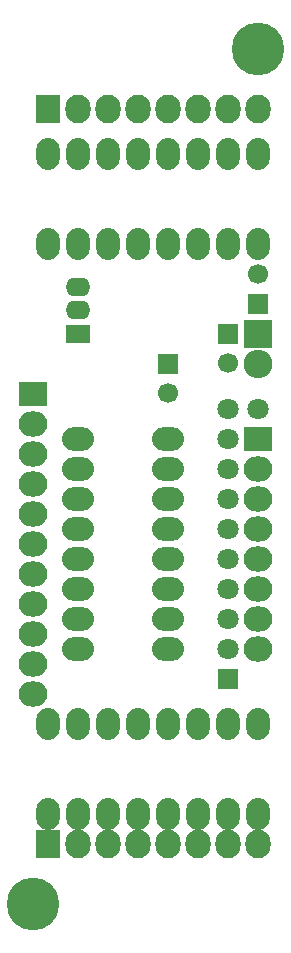
<source format=gbr>
G04 #@! TF.FileFunction,Soldermask,Bot*
%FSLAX46Y46*%
G04 Gerber Fmt 4.6, Leading zero omitted, Abs format (unit mm)*
G04 Created by KiCad (PCBNEW 4.0.2+dfsg1-2~bpo8+1-stable) date Fri 14 Jul 2017 01:13:30 AM EEST*
%MOMM*%
G01*
G04 APERTURE LIST*
%ADD10C,0.050000*%
%ADD11R,1.700000X1.700000*%
%ADD12C,1.700000*%
%ADD13R,2.127200X2.432000*%
%ADD14O,2.127200X2.432000*%
%ADD15R,2.100000X1.600000*%
%ADD16O,2.100000X1.600000*%
%ADD17R,2.432000X2.127200*%
%ADD18O,2.432000X2.127200*%
%ADD19R,2.432000X2.432000*%
%ADD20O,2.432000X2.432000*%
%ADD21R,1.797000X1.797000*%
%ADD22C,1.797000*%
%ADD23C,4.464000*%
%ADD24O,2.000000X2.700000*%
%ADD25O,2.700000X2.000000*%
G04 APERTURE END LIST*
D10*
D11*
X142240000Y-116840000D03*
D12*
X142240000Y-119340000D03*
D11*
X147320000Y-114300000D03*
D12*
X147320000Y-116800000D03*
D11*
X149860000Y-111760000D03*
D12*
X149860000Y-109260000D03*
D13*
X132080000Y-95250000D03*
D14*
X134620000Y-95250000D03*
X137160000Y-95250000D03*
X139700000Y-95250000D03*
X142240000Y-95250000D03*
X144780000Y-95250000D03*
X147320000Y-95250000D03*
X149860000Y-95250000D03*
D13*
X132080000Y-157480000D03*
D14*
X134620000Y-157480000D03*
X137160000Y-157480000D03*
X139700000Y-157480000D03*
X142240000Y-157480000D03*
X144780000Y-157480000D03*
X147320000Y-157480000D03*
X149860000Y-157480000D03*
D15*
X134620000Y-114300000D03*
D16*
X134620000Y-112300000D03*
X134620000Y-110300000D03*
D17*
X149860000Y-123190000D03*
D18*
X149860000Y-125730000D03*
X149860000Y-128270000D03*
X149860000Y-130810000D03*
X149860000Y-133350000D03*
X149860000Y-135890000D03*
X149860000Y-138430000D03*
X149860000Y-140970000D03*
D19*
X149860000Y-114300000D03*
D20*
X149860000Y-116840000D03*
D17*
X130810000Y-119380000D03*
D18*
X130810000Y-121920000D03*
X130810000Y-124460000D03*
X130810000Y-127000000D03*
X130810000Y-129540000D03*
X130810000Y-132080000D03*
X130810000Y-134620000D03*
X130810000Y-137160000D03*
X130810000Y-139700000D03*
X130810000Y-142240000D03*
X130810000Y-144780000D03*
D21*
X147320000Y-143510000D03*
D22*
X147320000Y-140970000D03*
X147320000Y-138430000D03*
X147320000Y-135890000D03*
X147320000Y-133350000D03*
X147320000Y-130810000D03*
X147320000Y-128270000D03*
X147320000Y-125730000D03*
X147320000Y-123190000D03*
X147320000Y-120650000D03*
X149860000Y-120650000D03*
D23*
X149860000Y-90170000D03*
X130810000Y-162560000D03*
D24*
X149860000Y-99060000D03*
X147320000Y-99060000D03*
X144780000Y-99060000D03*
X142240000Y-99060000D03*
X139700000Y-99060000D03*
X137160000Y-99060000D03*
X134620000Y-99060000D03*
X132080000Y-99060000D03*
X132080000Y-106680000D03*
X134620000Y-106680000D03*
X137160000Y-106680000D03*
X139700000Y-106680000D03*
X142240000Y-106680000D03*
X144780000Y-106680000D03*
X147320000Y-106680000D03*
X149860000Y-106680000D03*
X132080000Y-154940000D03*
X134620000Y-154940000D03*
X137160000Y-154940000D03*
X139700000Y-154940000D03*
X142240000Y-154940000D03*
X144780000Y-154940000D03*
X147320000Y-154940000D03*
X149860000Y-154940000D03*
X149860000Y-147320000D03*
X147320000Y-147320000D03*
X144780000Y-147320000D03*
X142240000Y-147320000D03*
X139700000Y-147320000D03*
X137160000Y-147320000D03*
X134620000Y-147320000D03*
X132080000Y-147320000D03*
D25*
X134620000Y-123190000D03*
X134620000Y-125730000D03*
X134620000Y-128270000D03*
X134620000Y-130810000D03*
X134620000Y-133350000D03*
X134620000Y-135890000D03*
X134620000Y-138430000D03*
X134620000Y-140970000D03*
X142240000Y-140970000D03*
X142240000Y-138430000D03*
X142240000Y-135890000D03*
X142240000Y-133350000D03*
X142240000Y-130810000D03*
X142240000Y-128270000D03*
X142240000Y-125730000D03*
X142240000Y-123190000D03*
M02*

</source>
